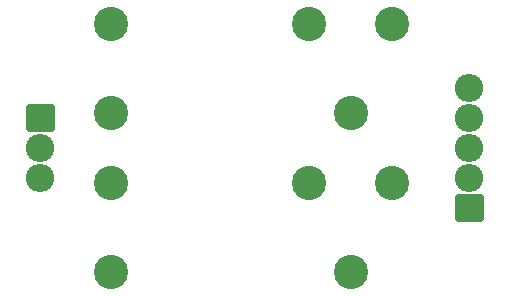
<source format=gbr>
%TF.GenerationSoftware,KiCad,Pcbnew,(5.1.10)-1*%
%TF.CreationDate,2022-08-28T21:22:16-05:00*%
%TF.ProjectId,AC Logic Board,4143204c-6f67-4696-9320-426f6172642e,rev?*%
%TF.SameCoordinates,Original*%
%TF.FileFunction,Soldermask,Top*%
%TF.FilePolarity,Negative*%
%FSLAX46Y46*%
G04 Gerber Fmt 4.6, Leading zero omitted, Abs format (unit mm)*
G04 Created by KiCad (PCBNEW (5.1.10)-1) date 2022-08-28 21:22:16*
%MOMM*%
%LPD*%
G01*
G04 APERTURE LIST*
%ADD10C,2.900000*%
%ADD11O,2.398980X2.398980*%
G04 APERTURE END LIST*
D10*
%TO.C,RLY1*%
X125336000Y-85919000D03*
X125336000Y-78419000D03*
X145636000Y-85919000D03*
X149136000Y-78419000D03*
X142136000Y-78419000D03*
%TD*%
%TO.C,RLY2*%
X125336000Y-99381000D03*
X125336000Y-91881000D03*
X145636000Y-99381000D03*
X149136000Y-91881000D03*
X142136000Y-91881000D03*
%TD*%
D11*
%TO.C,J2*%
X155702000Y-86360000D03*
G36*
G01*
X154702510Y-92780510D02*
X156701490Y-92780510D01*
G75*
G02*
X156901490Y-92980510I0J-200000D01*
G01*
X156901490Y-94979490D01*
G75*
G02*
X156701490Y-95179490I-200000J0D01*
G01*
X154702510Y-95179490D01*
G75*
G02*
X154502510Y-94979490I0J200000D01*
G01*
X154502510Y-92980510D01*
G75*
G02*
X154702510Y-92780510I200000J0D01*
G01*
G37*
X155702000Y-91440000D03*
X155702000Y-88900000D03*
X155702000Y-83820000D03*
%TD*%
%TO.C,J1*%
X119380000Y-91440000D03*
G36*
G01*
X118380510Y-85160510D02*
X120379490Y-85160510D01*
G75*
G02*
X120579490Y-85360510I0J-200000D01*
G01*
X120579490Y-87359490D01*
G75*
G02*
X120379490Y-87559490I-200000J0D01*
G01*
X118380510Y-87559490D01*
G75*
G02*
X118180510Y-87359490I0J200000D01*
G01*
X118180510Y-85360510D01*
G75*
G02*
X118380510Y-85160510I200000J0D01*
G01*
G37*
X119380000Y-88900000D03*
%TD*%
M02*

</source>
